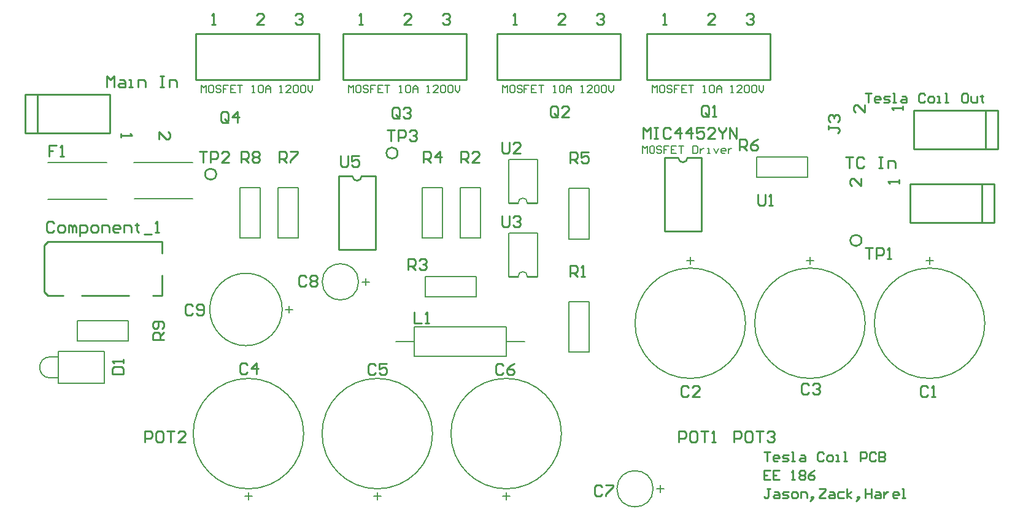
<source format=gto>
G04 Layer_Color=65535*
%FSLAX25Y25*%
%MOIN*%
G70*
G01*
G75*
%ADD14C,0.01000*%
%ADD36C,0.00787*%
%ADD37C,0.00500*%
%ADD38C,0.00591*%
%ADD39C,0.00591*%
D14*
X448500Y420000D02*
G03*
X453500Y420000I2500J0D01*
G01*
X271500Y410000D02*
G03*
X276500Y410000I2500J0D01*
G01*
X197541Y411000D02*
G03*
X197541Y411000I-3041J0D01*
G01*
X296041Y422500D02*
G03*
X296041Y422500I-3041J0D01*
G01*
X548041Y375000D02*
G03*
X548041Y375000I-3041J0D01*
G01*
X441000Y380000D02*
Y420000D01*
Y380000D02*
X461000D01*
Y420000D01*
X453500D02*
X461000D01*
X441000D02*
X448500D01*
X284000Y370000D02*
Y410000D01*
X264000Y370000D02*
X284000D01*
X264000D02*
Y410000D01*
X271500D01*
X276500D02*
X284000D01*
X356500Y355378D02*
X361378D01*
X366500Y355500D02*
X371878D01*
X163000Y345000D02*
X168000D01*
Y356000D01*
Y368000D02*
Y374500D01*
X106000D02*
X168000D01*
X104000Y372500D02*
X106000Y374500D01*
X104000Y347000D02*
Y372500D01*
Y347000D02*
X106000Y345000D01*
X114500D01*
X124500D02*
X150000D01*
X266543Y462500D02*
Y487500D01*
Y462500D02*
X333543D01*
Y487500D01*
X266543D02*
X333543D01*
X186543Y462500D02*
Y487500D01*
Y462500D02*
X253543D01*
Y487500D01*
X186543D02*
X253543D01*
X100496Y433665D02*
Y454236D01*
X139669Y433272D02*
Y454138D01*
X93803Y433272D02*
X139669D01*
X93803Y433370D02*
Y454236D01*
X139669D01*
X613504Y384764D02*
Y405335D01*
X574331Y384862D02*
Y405728D01*
X620197D01*
Y384764D02*
Y405630D01*
X574331Y384764D02*
X620197D01*
X350087Y462500D02*
Y487500D01*
Y462500D02*
X417087D01*
Y487500D01*
X350087D02*
X417087D01*
X431543Y462500D02*
Y487500D01*
Y462500D02*
X498543D01*
Y487500D01*
X431543D02*
X498543D01*
X356500Y395378D02*
X361378D01*
X366500Y395500D02*
X371878D01*
X615433Y424764D02*
Y445335D01*
X576260Y424862D02*
Y445728D01*
X622126D01*
Y424764D02*
Y445630D01*
X576260Y424764D02*
X622126D01*
X498332Y239998D02*
X496666D01*
X497499D01*
Y235833D01*
X496666Y235000D01*
X495833D01*
X495000Y235833D01*
X500831Y238332D02*
X502498D01*
X503331Y237499D01*
Y235000D01*
X500831D01*
X499998Y235833D01*
X500831Y236666D01*
X503331D01*
X504997Y235000D02*
X507496D01*
X508329Y235833D01*
X507496Y236666D01*
X505830D01*
X504997Y237499D01*
X505830Y238332D01*
X508329D01*
X510828Y235000D02*
X512494D01*
X513327Y235833D01*
Y237499D01*
X512494Y238332D01*
X510828D01*
X509995Y237499D01*
Y235833D01*
X510828Y235000D01*
X514993D02*
Y238332D01*
X517493D01*
X518326Y237499D01*
Y235000D01*
X520825Y234167D02*
X521658Y235000D01*
Y235833D01*
X520825D01*
Y235000D01*
X521658D01*
X520825Y234167D01*
X519992Y233334D01*
X524990Y239998D02*
X528323D01*
Y239165D01*
X524990Y235833D01*
Y235000D01*
X528323D01*
X530822Y238332D02*
X532488D01*
X533321Y237499D01*
Y235000D01*
X530822D01*
X529989Y235833D01*
X530822Y236666D01*
X533321D01*
X538319Y238332D02*
X535820D01*
X534987Y237499D01*
Y235833D01*
X535820Y235000D01*
X538319D01*
X539985D02*
Y239998D01*
Y236666D02*
X542485Y238332D01*
X539985Y236666D02*
X542485Y235000D01*
X545817Y234167D02*
X546650Y235000D01*
Y235833D01*
X545817D01*
Y235000D01*
X546650D01*
X545817Y234167D01*
X544984Y233334D01*
X549982Y239998D02*
Y235000D01*
Y237499D01*
X553314D01*
Y239998D01*
Y235000D01*
X555814Y238332D02*
X557480D01*
X558313Y237499D01*
Y235000D01*
X555814D01*
X554981Y235833D01*
X555814Y236666D01*
X558313D01*
X559979Y238332D02*
Y235000D01*
Y236666D01*
X560812Y237499D01*
X561645Y238332D01*
X562478D01*
X567477Y235000D02*
X565810D01*
X564977Y235833D01*
Y237499D01*
X565810Y238332D01*
X567477D01*
X568310Y237499D01*
Y236666D01*
X564977D01*
X569976Y235000D02*
X571642D01*
X570809D01*
Y239998D01*
X569976D01*
X498332Y249998D02*
X495000D01*
Y245000D01*
X498332D01*
X495000Y247499D02*
X496666D01*
X503331Y249998D02*
X499998D01*
Y245000D01*
X503331D01*
X499998Y247499D02*
X501664D01*
X509995Y245000D02*
X511661D01*
X510828D01*
Y249998D01*
X509995Y249165D01*
X514160D02*
X514993Y249998D01*
X516660D01*
X517493Y249165D01*
Y248332D01*
X516660Y247499D01*
X517493Y246666D01*
Y245833D01*
X516660Y245000D01*
X514993D01*
X514160Y245833D01*
Y246666D01*
X514993Y247499D01*
X514160Y248332D01*
Y249165D01*
X514993Y247499D02*
X516660D01*
X522491Y249998D02*
X520825Y249165D01*
X519159Y247499D01*
Y245833D01*
X519992Y245000D01*
X521658D01*
X522491Y245833D01*
Y246666D01*
X521658Y247499D01*
X519159D01*
X495000Y259998D02*
X498332D01*
X496666D01*
Y255000D01*
X502498D02*
X500831D01*
X499998Y255833D01*
Y257499D01*
X500831Y258332D01*
X502498D01*
X503331Y257499D01*
Y256666D01*
X499998D01*
X504997Y255000D02*
X507496D01*
X508329Y255833D01*
X507496Y256666D01*
X505830D01*
X504997Y257499D01*
X505830Y258332D01*
X508329D01*
X509995Y255000D02*
X511661D01*
X510828D01*
Y259998D01*
X509995D01*
X514993Y258332D02*
X516660D01*
X517493Y257499D01*
Y255000D01*
X514993D01*
X514160Y255833D01*
X514993Y256666D01*
X517493D01*
X527490Y259165D02*
X526656Y259998D01*
X524990D01*
X524157Y259165D01*
Y255833D01*
X524990Y255000D01*
X526656D01*
X527490Y255833D01*
X529989Y255000D02*
X531655D01*
X532488Y255833D01*
Y257499D01*
X531655Y258332D01*
X529989D01*
X529156Y257499D01*
Y255833D01*
X529989Y255000D01*
X534154D02*
X535820D01*
X534987D01*
Y258332D01*
X534154D01*
X538319Y255000D02*
X539985D01*
X539152D01*
Y259998D01*
X538319D01*
X547483Y255000D02*
Y259998D01*
X549982D01*
X550815Y259165D01*
Y257499D01*
X549982Y256666D01*
X547483D01*
X555814Y259165D02*
X554981Y259998D01*
X553314D01*
X552481Y259165D01*
Y255833D01*
X553314Y255000D01*
X554981D01*
X555814Y255833D01*
X557480Y259998D02*
Y255000D01*
X559979D01*
X560812Y255833D01*
Y256666D01*
X559979Y257499D01*
X557480D01*
X559979D01*
X560812Y258332D01*
Y259165D01*
X559979Y259998D01*
X557480D01*
X305000Y335998D02*
Y330000D01*
X308999D01*
X310998D02*
X312997D01*
X311998D01*
Y335998D01*
X310998Y334998D01*
X429250Y430250D02*
Y436248D01*
X431249Y434249D01*
X433249Y436248D01*
Y430250D01*
X435248Y436248D02*
X437247D01*
X436248D01*
Y430250D01*
X435248D01*
X437247D01*
X444245Y435248D02*
X443246Y436248D01*
X441246D01*
X440246Y435248D01*
Y431250D01*
X441246Y430250D01*
X443246D01*
X444245Y431250D01*
X449243Y430250D02*
Y436248D01*
X446244Y433249D01*
X450243D01*
X455242Y430250D02*
Y436248D01*
X452243Y433249D01*
X456241D01*
X462239Y436248D02*
X458241D01*
Y433249D01*
X460240Y434249D01*
X461240D01*
X462239Y433249D01*
Y431250D01*
X461240Y430250D01*
X459240D01*
X458241Y431250D01*
X468237Y430250D02*
X464239D01*
X468237Y434249D01*
Y435248D01*
X467238Y436248D01*
X465238D01*
X464239Y435248D01*
X470237Y436248D02*
Y435248D01*
X472236Y433249D01*
X474235Y435248D01*
Y436248D01*
X472236Y433249D02*
Y430250D01*
X476235D02*
Y436248D01*
X480233Y430250D01*
Y436248D01*
X265000Y420998D02*
Y416000D01*
X266000Y415000D01*
X267999D01*
X268999Y416000D01*
Y420998D01*
X274997D02*
X270998D01*
Y417999D01*
X272997Y418999D01*
X273997D01*
X274997Y417999D01*
Y416000D01*
X273997Y415000D01*
X271998D01*
X270998Y416000D01*
X352600Y388398D02*
Y383400D01*
X353600Y382400D01*
X355599D01*
X356599Y383400D01*
Y388398D01*
X358598Y387398D02*
X359598Y388398D01*
X361597D01*
X362597Y387398D01*
Y386399D01*
X361597Y385399D01*
X360597D01*
X361597D01*
X362597Y384399D01*
Y383400D01*
X361597Y382400D01*
X359598D01*
X358598Y383400D01*
X448650Y265350D02*
Y271348D01*
X451649D01*
X452649Y270348D01*
Y268349D01*
X451649Y267349D01*
X448650D01*
X457647Y271348D02*
X455648D01*
X454648Y270348D01*
Y266350D01*
X455648Y265350D01*
X457647D01*
X458647Y266350D01*
Y270348D01*
X457647Y271348D01*
X460646D02*
X464645D01*
X462645D01*
Y265350D01*
X466644D02*
X468644D01*
X467644D01*
Y271348D01*
X466644Y270348D01*
X478650Y265350D02*
Y271348D01*
X481649D01*
X482649Y270348D01*
Y268349D01*
X481649Y267349D01*
X478650D01*
X487647Y271348D02*
X485648D01*
X484648Y270348D01*
Y266350D01*
X485648Y265350D01*
X487647D01*
X488647Y266350D01*
Y270348D01*
X487647Y271348D01*
X490646D02*
X494645D01*
X492646D01*
Y265350D01*
X496644Y270348D02*
X497644Y271348D01*
X499643D01*
X500643Y270348D01*
Y269349D01*
X499643Y268349D01*
X498643D01*
X499643D01*
X500643Y267349D01*
Y266350D01*
X499643Y265350D01*
X497644D01*
X496644Y266350D01*
X158650Y265350D02*
Y271348D01*
X161649D01*
X162649Y270348D01*
Y268349D01*
X161649Y267349D01*
X158650D01*
X167647Y271348D02*
X165648D01*
X164648Y270348D01*
Y266350D01*
X165648Y265350D01*
X167647D01*
X168647Y266350D01*
Y270348D01*
X167647Y271348D01*
X170646D02*
X174645D01*
X172645D01*
Y265350D01*
X180643D02*
X176644D01*
X180643Y269349D01*
Y270348D01*
X179643Y271348D01*
X177644D01*
X176644Y270348D01*
X169000Y321000D02*
X163002D01*
Y323999D01*
X164002Y324999D01*
X166001D01*
X167001Y323999D01*
Y321000D01*
Y322999D02*
X169000Y324999D01*
X168000Y326998D02*
X169000Y327998D01*
Y329997D01*
X168000Y330997D01*
X164002D01*
X163002Y329997D01*
Y327998D01*
X164002Y326998D01*
X165001D01*
X166001Y327998D01*
Y330997D01*
X141002Y302500D02*
X147000D01*
Y305499D01*
X146000Y306499D01*
X142002D01*
X141002Y305499D01*
Y302500D01*
X147000Y308498D02*
Y310497D01*
Y309498D01*
X141002D01*
X142002Y308498D01*
X583999Y294998D02*
X582999Y295998D01*
X581000D01*
X580000Y294998D01*
Y291000D01*
X581000Y290000D01*
X582999D01*
X583999Y291000D01*
X585998Y290000D02*
X587997D01*
X586998D01*
Y295998D01*
X585998Y294998D01*
X453999D02*
X452999Y295998D01*
X451000D01*
X450000Y294998D01*
Y291000D01*
X451000Y290000D01*
X452999D01*
X453999Y291000D01*
X459997Y290000D02*
X455998D01*
X459997Y293999D01*
Y294998D01*
X458997Y295998D01*
X456998D01*
X455998Y294998D01*
X519499Y292502D02*
X518499Y291502D01*
X516500D01*
X515500Y292502D01*
Y296500D01*
X516500Y297500D01*
X518499D01*
X519499Y296500D01*
X521498Y292502D02*
X522498Y291502D01*
X524497D01*
X525497Y292502D01*
Y293501D01*
X524497Y294501D01*
X523497D01*
X524497D01*
X525497Y295501D01*
Y296500D01*
X524497Y297500D01*
X522498D01*
X521498Y296500D01*
X214499Y307498D02*
X213499Y308498D01*
X211500D01*
X210500Y307498D01*
Y303500D01*
X211500Y302500D01*
X213499D01*
X214499Y303500D01*
X219497Y302500D02*
Y308498D01*
X216498Y305499D01*
X220497D01*
X283999Y306998D02*
X282999Y307998D01*
X281000D01*
X280000Y306998D01*
Y303000D01*
X281000Y302000D01*
X282999D01*
X283999Y303000D01*
X289997Y307998D02*
X285998D01*
Y304999D01*
X287997Y305999D01*
X288997D01*
X289997Y304999D01*
Y303000D01*
X288997Y302000D01*
X286998D01*
X285998Y303000D01*
X353499Y306998D02*
X352499Y307998D01*
X350500D01*
X349500Y306998D01*
Y303000D01*
X350500Y302000D01*
X352499D01*
X353499Y303000D01*
X359497Y307998D02*
X357497Y306998D01*
X355498Y304999D01*
Y303000D01*
X356498Y302000D01*
X358497D01*
X359497Y303000D01*
Y303999D01*
X358497Y304999D01*
X355498D01*
X407062Y240998D02*
X406062Y241998D01*
X404063D01*
X403063Y240998D01*
Y237000D01*
X404063Y236000D01*
X406062D01*
X407062Y237000D01*
X409061Y241998D02*
X413060D01*
Y240998D01*
X409061Y237000D01*
Y236000D01*
X246499Y354998D02*
X245499Y355998D01*
X243500D01*
X242500Y354998D01*
Y351000D01*
X243500Y350000D01*
X245499D01*
X246499Y351000D01*
X248498Y354998D02*
X249498Y355998D01*
X251497D01*
X252497Y354998D01*
Y353999D01*
X251497Y352999D01*
X252497Y351999D01*
Y351000D01*
X251497Y350000D01*
X249498D01*
X248498Y351000D01*
Y351999D01*
X249498Y352999D01*
X248498Y353999D01*
Y354998D01*
X249498Y352999D02*
X251497D01*
X184814Y339498D02*
X183814Y340498D01*
X181815D01*
X180815Y339498D01*
Y335500D01*
X181815Y334500D01*
X183814D01*
X184814Y335500D01*
X186813D02*
X187813Y334500D01*
X189812D01*
X190812Y335500D01*
Y339498D01*
X189812Y340498D01*
X187813D01*
X186813Y339498D01*
Y338499D01*
X187813Y337499D01*
X190812D01*
X110799Y426798D02*
X106800D01*
Y423799D01*
X108799D01*
X106800D01*
Y420800D01*
X112798D02*
X114797D01*
X113798D01*
Y426798D01*
X112798Y425798D01*
X137929Y458500D02*
Y464498D01*
X139928Y462499D01*
X141928Y464498D01*
Y458500D01*
X144927Y462499D02*
X146926D01*
X147926Y461499D01*
Y458500D01*
X144927D01*
X143927Y459500D01*
X144927Y460499D01*
X147926D01*
X149925Y458500D02*
X151925D01*
X150925D01*
Y462499D01*
X149925D01*
X154924Y458500D02*
Y462499D01*
X157923D01*
X158922Y461499D01*
Y458500D01*
X166920Y464498D02*
X168919D01*
X167919D01*
Y458500D01*
X166920D01*
X168919D01*
X171918D02*
Y462499D01*
X174917D01*
X175917Y461499D01*
Y458500D01*
X539500Y420498D02*
X543499D01*
X541499D01*
Y414500D01*
X549497Y419498D02*
X548497Y420498D01*
X546498D01*
X545498Y419498D01*
Y415500D01*
X546498Y414500D01*
X548497D01*
X549497Y415500D01*
X557494Y420498D02*
X559493D01*
X558494D01*
Y414500D01*
X557494D01*
X559493D01*
X562493D02*
Y418499D01*
X565492D01*
X566491Y417499D01*
Y414500D01*
X530002Y437499D02*
Y435499D01*
Y436499D01*
X535000D01*
X536000Y435499D01*
Y434500D01*
X535000Y433500D01*
X531002Y439498D02*
X530002Y440498D01*
Y442497D01*
X531002Y443497D01*
X532001D01*
X533001Y442497D01*
Y441497D01*
Y442497D01*
X534001Y443497D01*
X535000D01*
X536000Y442497D01*
Y440498D01*
X535000Y439498D01*
X464999Y443500D02*
Y447498D01*
X463999Y448498D01*
X462000D01*
X461000Y447498D01*
Y443500D01*
X462000Y442500D01*
X463999D01*
X462999Y444499D02*
X464999Y442500D01*
X463999D02*
X464999Y443500D01*
X466998Y442500D02*
X468997D01*
X467998D01*
Y448498D01*
X466998Y447498D01*
X383085Y443000D02*
Y446998D01*
X382086Y447998D01*
X380086D01*
X379087Y446998D01*
Y443000D01*
X380086Y442000D01*
X382086D01*
X381086Y443999D02*
X383085Y442000D01*
X382086D02*
X383085Y443000D01*
X389083Y442000D02*
X385085D01*
X389083Y445999D01*
Y446998D01*
X388084Y447998D01*
X386084D01*
X385085Y446998D01*
X296999Y442500D02*
Y446498D01*
X295999Y447498D01*
X294000D01*
X293000Y446498D01*
Y442500D01*
X294000Y441500D01*
X295999D01*
X294999Y443499D02*
X296999Y441500D01*
X295999D02*
X296999Y442500D01*
X298998Y446498D02*
X299998Y447498D01*
X301997D01*
X302997Y446498D01*
Y445499D01*
X301997Y444499D01*
X300997D01*
X301997D01*
X302997Y443499D01*
Y442500D01*
X301997Y441500D01*
X299998D01*
X298998Y442500D01*
X203999Y440000D02*
Y443998D01*
X202999Y444998D01*
X201000D01*
X200000Y443998D01*
Y440000D01*
X201000Y439000D01*
X202999D01*
X201999Y440999D02*
X203999Y439000D01*
X202999D02*
X203999Y440000D01*
X208997Y439000D02*
Y444998D01*
X205998Y441999D01*
X209997D01*
X389600Y355400D02*
Y361398D01*
X392599D01*
X393599Y360398D01*
Y358399D01*
X392599Y357399D01*
X389600D01*
X391599D02*
X393599Y355400D01*
X395598D02*
X397597D01*
X396598D01*
Y361398D01*
X395598Y360398D01*
X330550Y417450D02*
Y423448D01*
X333549D01*
X334549Y422448D01*
Y420449D01*
X333549Y419449D01*
X330550D01*
X332549D02*
X334549Y417450D01*
X340547D02*
X336548D01*
X340547Y421449D01*
Y422448D01*
X339547Y423448D01*
X337548D01*
X336548Y422448D01*
X301600Y358900D02*
Y364898D01*
X304599D01*
X305599Y363898D01*
Y361899D01*
X304599Y360899D01*
X301600D01*
X303599D02*
X305599Y358900D01*
X307598Y363898D02*
X308598Y364898D01*
X310597D01*
X311597Y363898D01*
Y362899D01*
X310597Y361899D01*
X309597D01*
X310597D01*
X311597Y360899D01*
Y359900D01*
X310597Y358900D01*
X308598D01*
X307598Y359900D01*
X310050Y417450D02*
Y423448D01*
X313049D01*
X314049Y422448D01*
Y420449D01*
X313049Y419449D01*
X310050D01*
X312049D02*
X314049Y417450D01*
X319047D02*
Y423448D01*
X316048Y420449D01*
X320047D01*
X389600Y416900D02*
Y422898D01*
X392599D01*
X393599Y421898D01*
Y419899D01*
X392599Y418899D01*
X389600D01*
X391599D02*
X393599Y416900D01*
X399597Y422898D02*
X395598D01*
Y419899D01*
X397597Y420899D01*
X398597D01*
X399597Y419899D01*
Y417900D01*
X398597Y416900D01*
X396598D01*
X395598Y417900D01*
X481600Y423900D02*
Y429898D01*
X484599D01*
X485599Y428898D01*
Y426899D01*
X484599Y425899D01*
X481600D01*
X483599D02*
X485599Y423900D01*
X491597Y429898D02*
X489597Y428898D01*
X487598Y426899D01*
Y424900D01*
X488598Y423900D01*
X490597D01*
X491597Y424900D01*
Y425899D01*
X490597Y426899D01*
X487598D01*
X231600Y417400D02*
Y423398D01*
X234599D01*
X235599Y422398D01*
Y420399D01*
X234599Y419399D01*
X231600D01*
X233599D02*
X235599Y417400D01*
X237598Y423398D02*
X241597D01*
Y422398D01*
X237598Y418400D01*
Y417400D01*
X550000Y370998D02*
X553999D01*
X551999D01*
Y365000D01*
X555998D02*
Y370998D01*
X558997D01*
X559997Y369998D01*
Y367999D01*
X558997Y366999D01*
X555998D01*
X561996Y365000D02*
X563996D01*
X562996D01*
Y370998D01*
X561996Y369998D01*
X188500Y423498D02*
X192499D01*
X190499D01*
Y417500D01*
X194498D02*
Y423498D01*
X197497D01*
X198497Y422498D01*
Y420499D01*
X197497Y419499D01*
X194498D01*
X204495Y417500D02*
X200496D01*
X204495Y421499D01*
Y422498D01*
X203495Y423498D01*
X201496D01*
X200496Y422498D01*
X290450Y435048D02*
X294449D01*
X292449D01*
Y429050D01*
X296448D02*
Y435048D01*
X299447D01*
X300447Y434048D01*
Y432049D01*
X299447Y431049D01*
X296448D01*
X302446Y434048D02*
X303446Y435048D01*
X305445D01*
X306445Y434048D01*
Y433049D01*
X305445Y432049D01*
X304446D01*
X305445D01*
X306445Y431049D01*
Y430050D01*
X305445Y429050D01*
X303446D01*
X302446Y430050D01*
X491900Y399898D02*
Y394900D01*
X492900Y393900D01*
X494899D01*
X495899Y394900D01*
Y399898D01*
X497898Y393900D02*
X499897D01*
X498898D01*
Y399898D01*
X497898Y398898D01*
X352600Y428398D02*
Y423400D01*
X353600Y422400D01*
X355599D01*
X356599Y423400D01*
Y428398D01*
X362597Y422400D02*
X358598D01*
X362597Y426399D01*
Y427398D01*
X361597Y428398D01*
X359598D01*
X358598Y427398D01*
X211100Y417400D02*
Y423398D01*
X214099D01*
X215099Y422398D01*
Y420399D01*
X214099Y419399D01*
X211100D01*
X213099D02*
X215099Y417400D01*
X217098Y422398D02*
X218098Y423398D01*
X220097D01*
X221097Y422398D01*
Y421399D01*
X220097Y420399D01*
X221097Y419399D01*
Y418400D01*
X220097Y417400D01*
X218098D01*
X217098Y418400D01*
Y419399D01*
X218098Y420399D01*
X217098Y421399D01*
Y422398D01*
X218098Y420399D02*
X220097D01*
X109499Y384498D02*
X108499Y385498D01*
X106500D01*
X105500Y384498D01*
Y380500D01*
X106500Y379500D01*
X108499D01*
X109499Y380500D01*
X112498Y379500D02*
X114497D01*
X115497Y380500D01*
Y382499D01*
X114497Y383499D01*
X112498D01*
X111498Y382499D01*
Y380500D01*
X112498Y379500D01*
X117496D02*
Y383499D01*
X118496D01*
X119495Y382499D01*
Y379500D01*
Y382499D01*
X120495Y383499D01*
X121495Y382499D01*
Y379500D01*
X123494Y377501D02*
Y383499D01*
X126493D01*
X127493Y382499D01*
Y380500D01*
X126493Y379500D01*
X123494D01*
X130492D02*
X132491D01*
X133491Y380500D01*
Y382499D01*
X132491Y383499D01*
X130492D01*
X129492Y382499D01*
Y380500D01*
X130492Y379500D01*
X135490D02*
Y383499D01*
X138489D01*
X139489Y382499D01*
Y379500D01*
X144487D02*
X142488D01*
X141488Y380500D01*
Y382499D01*
X142488Y383499D01*
X144487D01*
X145487Y382499D01*
Y381499D01*
X141488D01*
X147486Y379500D02*
Y383499D01*
X150485D01*
X151485Y382499D01*
Y379500D01*
X154484Y384498D02*
Y383499D01*
X153484D01*
X155484D01*
X154484D01*
Y380500D01*
X155484Y379500D01*
X158483Y378500D02*
X162482D01*
X164481Y379500D02*
X166480D01*
X165481D01*
Y385498D01*
X164481Y384498D01*
X275043Y492500D02*
X277043D01*
X276043D01*
Y498498D01*
X275043Y497498D01*
X303542Y492500D02*
X299543D01*
X303542Y496499D01*
Y497498D01*
X302542Y498498D01*
X300543D01*
X299543Y497498D01*
X320543D02*
X321543Y498498D01*
X323542D01*
X324542Y497498D01*
Y496499D01*
X323542Y495499D01*
X322543D01*
X323542D01*
X324542Y494499D01*
Y493500D01*
X323542Y492500D01*
X321543D01*
X320543Y493500D01*
X195043Y492500D02*
X197043D01*
X196043D01*
Y498498D01*
X195043Y497498D01*
X223542Y492500D02*
X219543D01*
X223542Y496499D01*
Y497498D01*
X222542Y498498D01*
X220543D01*
X219543Y497498D01*
X240543D02*
X241543Y498498D01*
X243542D01*
X244542Y497498D01*
Y496499D01*
X243542Y495499D01*
X242543D01*
X243542D01*
X244542Y494499D01*
Y493500D01*
X243542Y492500D01*
X241543D01*
X240543Y493500D01*
X145595Y433114D02*
Y431115D01*
Y432115D01*
X151593D01*
X150593Y433114D01*
X166244Y430159D02*
Y434158D01*
X170243Y430159D01*
X171242D01*
X172242Y431158D01*
Y433158D01*
X171242Y434158D01*
X568405Y405886D02*
Y407885D01*
Y406885D01*
X562407D01*
X563407Y405886D01*
X547756Y408841D02*
Y404843D01*
X543757Y408841D01*
X542758D01*
X541758Y407842D01*
Y405842D01*
X542758Y404843D01*
X358587Y492500D02*
X360586D01*
X359586D01*
Y498498D01*
X358587Y497498D01*
X387085Y492500D02*
X383087D01*
X387085Y496499D01*
Y497498D01*
X386086Y498498D01*
X384086D01*
X383087Y497498D01*
X404087D02*
X405086Y498498D01*
X407086D01*
X408085Y497498D01*
Y496499D01*
X407086Y495499D01*
X406086D01*
X407086D01*
X408085Y494499D01*
Y493500D01*
X407086Y492500D01*
X405086D01*
X404087Y493500D01*
X440043Y492500D02*
X442043D01*
X441043D01*
Y498498D01*
X440043Y497498D01*
X468542Y492500D02*
X464543D01*
X468542Y496499D01*
Y497498D01*
X467542Y498498D01*
X465543D01*
X464543Y497498D01*
X485543D02*
X486543Y498498D01*
X488542D01*
X489542Y497498D01*
Y496499D01*
X488542Y495499D01*
X487543D01*
X488542D01*
X489542Y494499D01*
Y493500D01*
X488542Y492500D01*
X486543D01*
X485543Y493500D01*
X570335Y445886D02*
Y447885D01*
Y446885D01*
X564337D01*
X565336Y445886D01*
X549685Y448841D02*
Y444842D01*
X545686Y448841D01*
X544687D01*
X543687Y447842D01*
Y445842D01*
X544687Y444842D01*
X550000Y454998D02*
X553332D01*
X551666D01*
Y450000D01*
X557498D02*
X555831D01*
X554998Y450833D01*
Y452499D01*
X555831Y453332D01*
X557498D01*
X558331Y452499D01*
Y451666D01*
X554998D01*
X559997Y450000D02*
X562496D01*
X563329Y450833D01*
X562496Y451666D01*
X560830D01*
X559997Y452499D01*
X560830Y453332D01*
X563329D01*
X564995Y450000D02*
X566661D01*
X565828D01*
Y454998D01*
X564995D01*
X569993Y453332D02*
X571660D01*
X572493Y452499D01*
Y450000D01*
X569993D01*
X569161Y450833D01*
X569993Y451666D01*
X572493D01*
X582489Y454165D02*
X581656Y454998D01*
X579990D01*
X579157Y454165D01*
Y450833D01*
X579990Y450000D01*
X581656D01*
X582489Y450833D01*
X584989Y450000D02*
X586655D01*
X587488Y450833D01*
Y452499D01*
X586655Y453332D01*
X584989D01*
X584156Y452499D01*
Y450833D01*
X584989Y450000D01*
X589154D02*
X590820D01*
X589987D01*
Y453332D01*
X589154D01*
X593319Y450000D02*
X594985D01*
X594152D01*
Y454998D01*
X593319D01*
X604982D02*
X603316D01*
X602483Y454165D01*
Y450833D01*
X603316Y450000D01*
X604982D01*
X605815Y450833D01*
Y454165D01*
X604982Y454998D01*
X607481Y453332D02*
Y450833D01*
X608314Y450000D01*
X610814D01*
Y453332D01*
X613313Y454165D02*
Y453332D01*
X612480D01*
X614146D01*
X613313D01*
Y450833D01*
X614146Y450000D01*
D36*
X366500Y355500D02*
G03*
X361500Y355500I-2500J0D01*
G01*
X385000Y270000D02*
G03*
X385000Y270000I-30000J0D01*
G01*
X315000D02*
G03*
X315000Y270000I-30000J0D01*
G01*
X245000D02*
G03*
X245000Y270000I-30000J0D01*
G01*
X615000Y330000D02*
G03*
X615000Y330000I-30000J0D01*
G01*
X550000D02*
G03*
X550000Y330000I-30000J0D01*
G01*
X485000D02*
G03*
X485000Y330000I-30000J0D01*
G01*
X233343Y337500D02*
G03*
X233343Y337500I-19685J0D01*
G01*
X274780Y352500D02*
G03*
X274780Y352500I-9843J0D01*
G01*
X434842Y240000D02*
G03*
X434842Y240000I-9843J0D01*
G01*
X366500Y395500D02*
G03*
X361500Y395500I-2500J0D01*
G01*
X355000Y320000D02*
X365000D01*
X295000D02*
X305000D01*
Y312000D02*
Y328000D01*
X355000D01*
Y312000D02*
Y328000D01*
X305000Y312000D02*
X355000D01*
X356500Y355378D02*
Y379000D01*
X356646D02*
X372000D01*
Y355378D02*
Y379000D01*
X122221Y320488D02*
X149779D01*
X122221Y331512D02*
X149779D01*
Y320488D02*
Y331512D01*
X122221Y320488D02*
Y331512D01*
X152827Y417441D02*
X184716D01*
X152925Y397657D02*
X184815D01*
X106173Y397362D02*
X138063D01*
X106173Y417343D02*
X138063D01*
X338779Y344488D02*
Y355512D01*
X311221Y344488D02*
Y355512D01*
Y344488D02*
X338779D01*
X311221Y355512D02*
X338779D01*
X242012Y376220D02*
Y403780D01*
X230988Y376220D02*
Y403780D01*
X242012D01*
X230988Y376220D02*
X242012D01*
X329988Y403780D02*
X341012D01*
X329988Y376220D02*
X341012D01*
Y403780D01*
X329988Y376220D02*
Y403780D01*
X309488D02*
X320512D01*
X309488Y376220D02*
X320512D01*
Y403780D01*
X309488Y376220D02*
Y403780D01*
X400012Y375721D02*
Y403279D01*
X388988Y375721D02*
Y403279D01*
X400012D01*
X388988Y375721D02*
X400012D01*
X356500Y395378D02*
Y419000D01*
X356646D02*
X372000D01*
Y395378D02*
Y419000D01*
X491221Y420512D02*
X518780D01*
X491221Y409488D02*
X518780D01*
X491221D02*
Y420512D01*
X518780Y409488D02*
Y420512D01*
X388988Y314220D02*
X400012D01*
X388988Y341779D02*
X400012D01*
X388988Y314220D02*
Y341779D01*
X400012Y314220D02*
Y341779D01*
X221512Y376220D02*
Y403780D01*
X210488Y376220D02*
Y403780D01*
X221512D01*
X210488Y376220D02*
X221512D01*
X429000Y422500D02*
Y426436D01*
X430312Y425124D01*
X431624Y426436D01*
Y422500D01*
X434904Y426436D02*
X433592D01*
X432936Y425780D01*
Y423156D01*
X433592Y422500D01*
X434904D01*
X435560Y423156D01*
Y425780D01*
X434904Y426436D01*
X439495Y425780D02*
X438839Y426436D01*
X437527D01*
X436871Y425780D01*
Y425124D01*
X437527Y424468D01*
X438839D01*
X439495Y423812D01*
Y423156D01*
X438839Y422500D01*
X437527D01*
X436871Y423156D01*
X443431Y426436D02*
X440807D01*
Y424468D01*
X442119D01*
X440807D01*
Y422500D01*
X447367Y426436D02*
X444743D01*
Y422500D01*
X447367D01*
X444743Y424468D02*
X446055D01*
X448679Y426436D02*
X451302D01*
X449991D01*
Y422500D01*
X456550Y426436D02*
Y422500D01*
X458518D01*
X459174Y423156D01*
Y425780D01*
X458518Y426436D01*
X456550D01*
X460486Y425124D02*
Y422500D01*
Y423812D01*
X461142Y424468D01*
X461798Y425124D01*
X462454D01*
X464422Y422500D02*
X465734D01*
X465078D01*
Y425124D01*
X464422D01*
X467701D02*
X469013Y422500D01*
X470325Y425124D01*
X473605Y422500D02*
X472293D01*
X471637Y423156D01*
Y424468D01*
X472293Y425124D01*
X473605D01*
X474261Y424468D01*
Y423812D01*
X471637D01*
X475573Y425124D02*
Y422500D01*
Y423812D01*
X476229Y424468D01*
X476885Y425124D01*
X477541D01*
X269543Y455500D02*
Y459436D01*
X270855Y458124D01*
X272167Y459436D01*
Y455500D01*
X275447Y459436D02*
X274135D01*
X273479Y458780D01*
Y456156D01*
X274135Y455500D01*
X275447D01*
X276103Y456156D01*
Y458780D01*
X275447Y459436D01*
X280039Y458780D02*
X279383Y459436D01*
X278071D01*
X277415Y458780D01*
Y458124D01*
X278071Y457468D01*
X279383D01*
X280039Y456812D01*
Y456156D01*
X279383Y455500D01*
X278071D01*
X277415Y456156D01*
X283974Y459436D02*
X281350D01*
Y457468D01*
X282662D01*
X281350D01*
Y455500D01*
X287910Y459436D02*
X285286D01*
Y455500D01*
X287910D01*
X285286Y457468D02*
X286598D01*
X289222Y459436D02*
X291846D01*
X290534D01*
Y455500D01*
X297094D02*
X298405D01*
X297749D01*
Y459436D01*
X297094Y458780D01*
X300373D02*
X301029Y459436D01*
X302341D01*
X302997Y458780D01*
Y456156D01*
X302341Y455500D01*
X301029D01*
X300373Y456156D01*
Y458780D01*
X304309Y455500D02*
Y458124D01*
X305621Y459436D01*
X306933Y458124D01*
Y455500D01*
Y457468D01*
X304309D01*
X312180Y455500D02*
X313492D01*
X312837D01*
Y459436D01*
X312180Y458780D01*
X318084Y455500D02*
X315460D01*
X318084Y458124D01*
Y458780D01*
X317428Y459436D01*
X316116D01*
X315460Y458780D01*
X319396D02*
X320052Y459436D01*
X321364D01*
X322020Y458780D01*
Y456156D01*
X321364Y455500D01*
X320052D01*
X319396Y456156D01*
Y458780D01*
X323332D02*
X323988Y459436D01*
X325300D01*
X325956Y458780D01*
Y456156D01*
X325300Y455500D01*
X323988D01*
X323332Y456156D01*
Y458780D01*
X327268Y459436D02*
Y456812D01*
X328579Y455500D01*
X329891Y456812D01*
Y459436D01*
X189543Y455500D02*
Y459436D01*
X190855Y458124D01*
X192167Y459436D01*
Y455500D01*
X195447Y459436D02*
X194135D01*
X193479Y458780D01*
Y456156D01*
X194135Y455500D01*
X195447D01*
X196103Y456156D01*
Y458780D01*
X195447Y459436D01*
X200039Y458780D02*
X199383Y459436D01*
X198071D01*
X197415Y458780D01*
Y458124D01*
X198071Y457468D01*
X199383D01*
X200039Y456812D01*
Y456156D01*
X199383Y455500D01*
X198071D01*
X197415Y456156D01*
X203974Y459436D02*
X201350D01*
Y457468D01*
X202662D01*
X201350D01*
Y455500D01*
X207910Y459436D02*
X205286D01*
Y455500D01*
X207910D01*
X205286Y457468D02*
X206598D01*
X209222Y459436D02*
X211846D01*
X210534D01*
Y455500D01*
X217093D02*
X218405D01*
X217749D01*
Y459436D01*
X217093Y458780D01*
X220373D02*
X221029Y459436D01*
X222341D01*
X222997Y458780D01*
Y456156D01*
X222341Y455500D01*
X221029D01*
X220373Y456156D01*
Y458780D01*
X224309Y455500D02*
Y458124D01*
X225621Y459436D01*
X226933Y458124D01*
Y455500D01*
Y457468D01*
X224309D01*
X232181Y455500D02*
X233492D01*
X232837D01*
Y459436D01*
X232181Y458780D01*
X238084Y455500D02*
X235460D01*
X238084Y458124D01*
Y458780D01*
X237428Y459436D01*
X236116D01*
X235460Y458780D01*
X239396D02*
X240052Y459436D01*
X241364D01*
X242020Y458780D01*
Y456156D01*
X241364Y455500D01*
X240052D01*
X239396Y456156D01*
Y458780D01*
X243332D02*
X243988Y459436D01*
X245300D01*
X245956Y458780D01*
Y456156D01*
X245300Y455500D01*
X243988D01*
X243332Y456156D01*
Y458780D01*
X247268Y459436D02*
Y456812D01*
X248579Y455500D01*
X249891Y456812D01*
Y459436D01*
X353087Y455500D02*
Y459436D01*
X354398Y458124D01*
X355710Y459436D01*
Y455500D01*
X358990Y459436D02*
X357678D01*
X357022Y458780D01*
Y456156D01*
X357678Y455500D01*
X358990D01*
X359646Y456156D01*
Y458780D01*
X358990Y459436D01*
X363582Y458780D02*
X362926Y459436D01*
X361614D01*
X360958Y458780D01*
Y458124D01*
X361614Y457468D01*
X362926D01*
X363582Y456812D01*
Y456156D01*
X362926Y455500D01*
X361614D01*
X360958Y456156D01*
X367518Y459436D02*
X364894D01*
Y457468D01*
X366206D01*
X364894D01*
Y455500D01*
X371453Y459436D02*
X368830D01*
Y455500D01*
X371453D01*
X368830Y457468D02*
X370142D01*
X372765Y459436D02*
X375389D01*
X374077D01*
Y455500D01*
X380637D02*
X381949D01*
X381293D01*
Y459436D01*
X380637Y458780D01*
X383917D02*
X384573Y459436D01*
X385884D01*
X386540Y458780D01*
Y456156D01*
X385884Y455500D01*
X384573D01*
X383917Y456156D01*
Y458780D01*
X387852Y455500D02*
Y458124D01*
X389164Y459436D01*
X390476Y458124D01*
Y455500D01*
Y457468D01*
X387852D01*
X395724Y455500D02*
X397036D01*
X396380D01*
Y459436D01*
X395724Y458780D01*
X401627Y455500D02*
X399004D01*
X401627Y458124D01*
Y458780D01*
X400972Y459436D01*
X399659D01*
X399004Y458780D01*
X402939D02*
X403595Y459436D01*
X404907D01*
X405563Y458780D01*
Y456156D01*
X404907Y455500D01*
X403595D01*
X402939Y456156D01*
Y458780D01*
X406875D02*
X407531Y459436D01*
X408843D01*
X409499Y458780D01*
Y456156D01*
X408843Y455500D01*
X407531D01*
X406875Y456156D01*
Y458780D01*
X410811Y459436D02*
Y456812D01*
X412123Y455500D01*
X413435Y456812D01*
Y459436D01*
X434543Y455500D02*
Y459436D01*
X435855Y458124D01*
X437167Y459436D01*
Y455500D01*
X440447Y459436D02*
X439135D01*
X438479Y458780D01*
Y456156D01*
X439135Y455500D01*
X440447D01*
X441103Y456156D01*
Y458780D01*
X440447Y459436D01*
X445039Y458780D02*
X444383Y459436D01*
X443071D01*
X442415Y458780D01*
Y458124D01*
X443071Y457468D01*
X444383D01*
X445039Y456812D01*
Y456156D01*
X444383Y455500D01*
X443071D01*
X442415Y456156D01*
X448974Y459436D02*
X446350D01*
Y457468D01*
X447662D01*
X446350D01*
Y455500D01*
X452910Y459436D02*
X450286D01*
Y455500D01*
X452910D01*
X450286Y457468D02*
X451598D01*
X454222Y459436D02*
X456846D01*
X455534D01*
Y455500D01*
X462093D02*
X463405D01*
X462749D01*
Y459436D01*
X462093Y458780D01*
X465373D02*
X466029Y459436D01*
X467341D01*
X467997Y458780D01*
Y456156D01*
X467341Y455500D01*
X466029D01*
X465373Y456156D01*
Y458780D01*
X469309Y455500D02*
Y458124D01*
X470621Y459436D01*
X471933Y458124D01*
Y455500D01*
Y457468D01*
X469309D01*
X477180Y455500D02*
X478492D01*
X477836D01*
Y459436D01*
X477180Y458780D01*
X483084Y455500D02*
X480460D01*
X483084Y458124D01*
Y458780D01*
X482428Y459436D01*
X481116D01*
X480460Y458780D01*
X484396D02*
X485052Y459436D01*
X486364D01*
X487020Y458780D01*
Y456156D01*
X486364Y455500D01*
X485052D01*
X484396Y456156D01*
Y458780D01*
X488332D02*
X488988Y459436D01*
X490300D01*
X490956Y458780D01*
Y456156D01*
X490300Y455500D01*
X488988D01*
X488332Y456156D01*
Y458780D01*
X492268Y459436D02*
Y456812D01*
X493579Y455500D01*
X494891Y456812D01*
Y459436D01*
D37*
X107346Y311709D02*
G03*
X107346Y300291I0J-5709D01*
G01*
X136874Y297339D02*
Y314661D01*
X111677Y297339D02*
X136874D01*
X111677D02*
Y314661D01*
X136874D01*
X107346Y300291D02*
X111677D01*
X107346Y311709D02*
X111677D01*
D38*
X355051Y237985D02*
Y234049D01*
X357019Y236017D02*
X353083D01*
X285051Y237985D02*
Y234049D01*
X287019Y236017D02*
X283083D01*
X215051Y237985D02*
Y234049D01*
X217019Y236017D02*
X213083D01*
X585051Y362015D02*
Y365951D01*
X587019Y363983D02*
X583083D01*
X520051Y362015D02*
Y365951D01*
X522019Y363983D02*
X518083D01*
X455051Y362015D02*
Y365951D01*
X457019Y363983D02*
X453083D01*
D39*
X239150Y337501D02*
X235214D01*
X237182Y335533D02*
Y339469D01*
X280587Y352501D02*
X276651D01*
X278619Y350533D02*
Y354469D01*
X440650Y240001D02*
X436714D01*
X438682Y238033D02*
Y241969D01*
M02*

</source>
